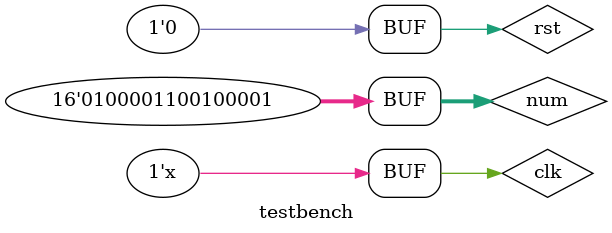
<source format=v>
`timescale 1ns / 1ps
module testbench;
    reg [15:0] num;
    reg clk;
    reg rst;
    
    wire [0:6] sseg;
    wire [3:0] an;
    
    display display4 (.num(num),.clk(clk),.sseg(sseg),.an(an),.rst(rst));
    
    initial begin
        clk=0;
        rst=1;
        #5 rst=0;
        num= 16'h4321;
    end
    always #1 clk=~clk;
	
endmodule

</source>
